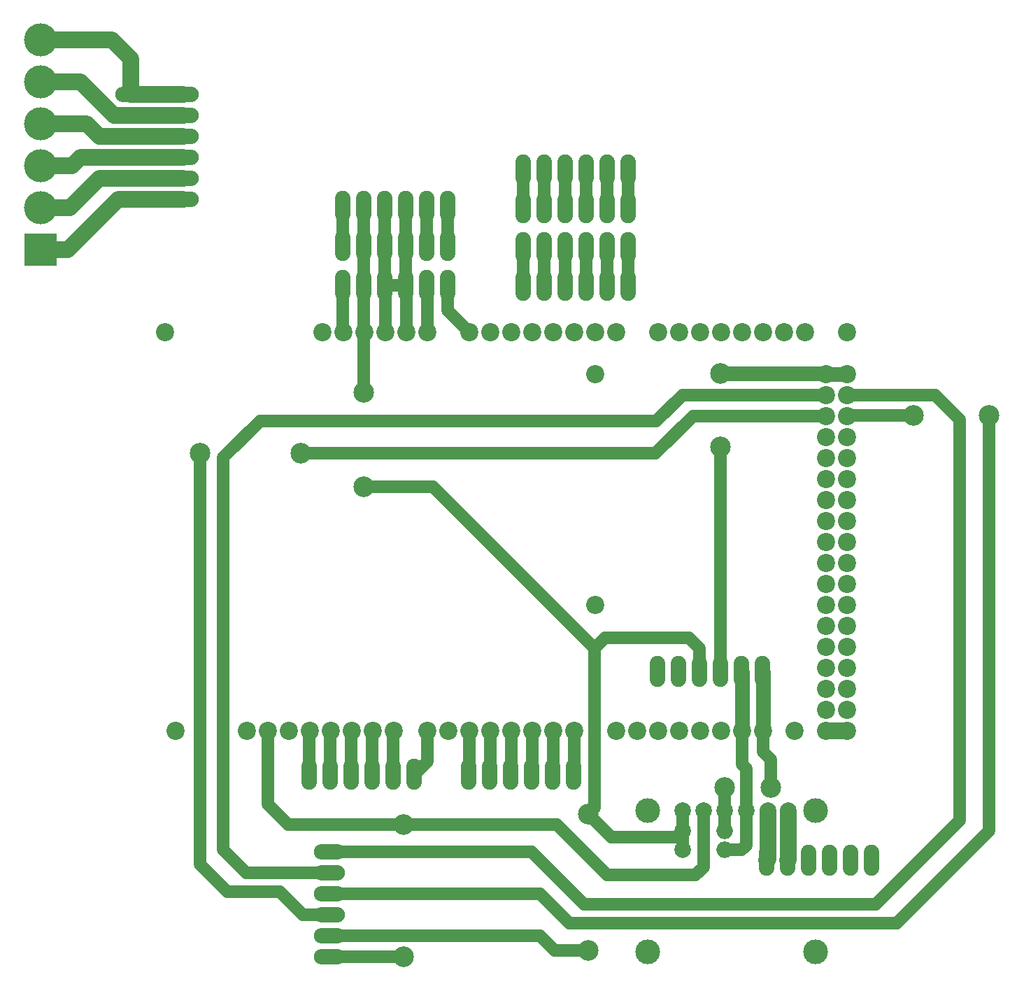
<source format=gbr>
G04 #@! TF.GenerationSoftware,KiCad,Pcbnew,(5.1.6)-1*
G04 #@! TF.CreationDate,2020-11-22T14:51:22+06:00*
G04 #@! TF.ProjectId,Logger,4c6f6767-6572-42e6-9b69-6361645f7063,rev?*
G04 #@! TF.SameCoordinates,Original*
G04 #@! TF.FileFunction,Copper,L2,Bot*
G04 #@! TF.FilePolarity,Positive*
%FSLAX46Y46*%
G04 Gerber Fmt 4.6, Leading zero omitted, Abs format (unit mm)*
G04 Created by KiCad (PCBNEW (5.1.6)-1) date 2020-11-22 14:51:22*
%MOMM*%
%LPD*%
G01*
G04 APERTURE LIST*
G04 #@! TA.AperFunction,ComponentPad*
%ADD10O,1.879600X3.759200*%
G04 #@! TD*
G04 #@! TA.AperFunction,ComponentPad*
%ADD11O,3.759200X1.879600*%
G04 #@! TD*
G04 #@! TA.AperFunction,ComponentPad*
%ADD12C,4.000000*%
G04 #@! TD*
G04 #@! TA.AperFunction,ComponentPad*
%ADD13R,4.000000X4.000000*%
G04 #@! TD*
G04 #@! TA.AperFunction,ComponentPad*
%ADD14O,2.000000X2.000000*%
G04 #@! TD*
G04 #@! TA.AperFunction,ComponentPad*
%ADD15C,2.000000*%
G04 #@! TD*
G04 #@! TA.AperFunction,WasherPad*
%ADD16C,3.000000*%
G04 #@! TD*
G04 #@! TA.AperFunction,ComponentPad*
%ADD17C,2.200000*%
G04 #@! TD*
G04 #@! TA.AperFunction,ViaPad*
%ADD18C,2.500000*%
G04 #@! TD*
G04 #@! TA.AperFunction,Conductor*
%ADD19C,1.500000*%
G04 #@! TD*
G04 #@! TA.AperFunction,Conductor*
%ADD20C,2.000000*%
G04 #@! TD*
G04 #@! TA.AperFunction,Conductor*
%ADD21C,1.800000*%
G04 #@! TD*
G04 APERTURE END LIST*
D10*
X-43180000Y37084000D03*
X-40640000Y37084000D03*
X-38100000Y37084000D03*
X-35560000Y37084000D03*
X-33020000Y37084000D03*
X-30480000Y37084000D03*
X-17272000Y14224000D03*
X-19812000Y14224000D03*
X-22352000Y14224000D03*
X-24892000Y14224000D03*
X-27432000Y14224000D03*
X-29972000Y14224000D03*
D11*
X-100584000Y94234000D03*
X-100584000Y96774000D03*
X-100584000Y99314000D03*
X-100584000Y101854000D03*
X-100584000Y104394000D03*
X-100584000Y106934000D03*
X-106934000Y94234000D03*
X-106934000Y96774000D03*
X-106934000Y99314000D03*
X-106934000Y101854000D03*
X-106934000Y104394000D03*
X-106934000Y106934000D03*
D12*
X-117856000Y113538000D03*
X-117856000Y108458000D03*
X-117856000Y103378000D03*
X-117856000Y98298000D03*
X-117856000Y93218000D03*
D13*
X-117856000Y88138000D03*
D10*
X-46736000Y88392000D03*
X-49276000Y88392000D03*
X-51816000Y88392000D03*
X-54356000Y88392000D03*
X-56896000Y88392000D03*
X-59436000Y88392000D03*
X-46736000Y83820000D03*
X-49276000Y83820000D03*
X-51816000Y83820000D03*
X-54356000Y83820000D03*
X-56896000Y83820000D03*
X-59436000Y83820000D03*
X-46736000Y97790000D03*
X-49276000Y97790000D03*
X-51816000Y97790000D03*
X-54356000Y97790000D03*
X-56896000Y97790000D03*
X-59436000Y97790000D03*
X-46736000Y93218000D03*
X-49276000Y93218000D03*
X-51816000Y93218000D03*
X-54356000Y93218000D03*
X-56896000Y93218000D03*
X-59436000Y93218000D03*
X-81280000Y93396000D03*
X-78740000Y93396000D03*
X-76200000Y93396000D03*
X-73660000Y93396000D03*
X-71120000Y93396000D03*
X-68580000Y93396000D03*
X-81280000Y88646000D03*
X-78740000Y88646000D03*
X-76200000Y88646000D03*
X-73660000Y88646000D03*
X-71120000Y88646000D03*
X-68580000Y88646000D03*
X-81280000Y83820000D03*
X-78740000Y83820000D03*
X-76200000Y83820000D03*
X-73660000Y83820000D03*
X-71120000Y83820000D03*
X-68580000Y83820000D03*
X-85344000Y24638000D03*
X-82804000Y24638000D03*
X-80264000Y24638000D03*
X-77724000Y24638000D03*
X-75184000Y24638000D03*
X-72644000Y24638000D03*
X-53340000Y24638000D03*
X-55880000Y24638000D03*
X-58420000Y24638000D03*
X-60960000Y24638000D03*
X-63500000Y24638000D03*
X-66040000Y24638000D03*
D11*
X-82896000Y15240000D03*
X-82896000Y12700000D03*
X-82896000Y10160000D03*
X-82896000Y7620000D03*
X-82896000Y5080000D03*
X-82896000Y2540000D03*
D14*
X-35052000Y17780000D03*
D15*
X-40132000Y17780000D03*
D14*
X-35052000Y15494000D03*
D15*
X-40132000Y15494000D03*
X-40151500Y20312500D03*
X-37611500Y20312500D03*
X-35071500Y20312500D03*
X-32468000Y20312500D03*
X-29864500Y20312500D03*
X-27388000Y20312500D03*
D16*
X-44406000Y20312500D03*
X-44406000Y3167500D03*
X-24086000Y3167500D03*
X-24086000Y20312500D03*
D17*
X-20306000Y78220000D03*
X-26656000Y29960000D03*
X-50786000Y73140000D03*
X-50786000Y45200000D03*
X-102856000Y78220000D03*
X-101586000Y29960000D03*
X-71106000Y78220000D03*
X-83806000Y78220000D03*
X-90410000Y29960000D03*
X-20306000Y73140000D03*
X-22846000Y73140000D03*
X-73646000Y78220000D03*
X-76186000Y78220000D03*
X-92950000Y29960000D03*
X-25386000Y78220000D03*
X-27926000Y78220000D03*
X-30466000Y78220000D03*
X-33006000Y78220000D03*
X-35546000Y78220000D03*
X-38086000Y78220000D03*
X-40626000Y78220000D03*
X-43166000Y78220000D03*
X-48246000Y78220000D03*
X-50786000Y78220000D03*
X-53326000Y78220000D03*
X-55866000Y78220000D03*
X-58406000Y78220000D03*
X-60946000Y78220000D03*
X-63486000Y78220000D03*
X-66026000Y78220000D03*
X-20306000Y70600000D03*
X-22846000Y70600000D03*
X-20306000Y68060000D03*
X-22846000Y68060000D03*
X-20306000Y65520000D03*
X-22846000Y65520000D03*
X-20306000Y62980000D03*
X-22846000Y62980000D03*
X-20306000Y60440000D03*
X-22846000Y60440000D03*
X-20306000Y57900000D03*
X-22846000Y57900000D03*
X-20306000Y55360000D03*
X-22846000Y55360000D03*
X-20306000Y52820000D03*
X-22846000Y52820000D03*
X-20306000Y50280000D03*
X-22846000Y50280000D03*
X-20306000Y47740000D03*
X-22846000Y47740000D03*
X-20306000Y45200000D03*
X-22846000Y45200000D03*
X-20306000Y42660000D03*
X-22846000Y42660000D03*
X-20306000Y40120000D03*
X-22846000Y40120000D03*
X-20306000Y37580000D03*
X-22846000Y37580000D03*
X-20306000Y35040000D03*
X-22846000Y35040000D03*
X-20306000Y32500000D03*
X-22846000Y32500000D03*
X-30466000Y29960000D03*
X-33006000Y29960000D03*
X-35546000Y29960000D03*
X-38086000Y29960000D03*
X-40626000Y29960000D03*
X-43166000Y29960000D03*
X-45706000Y29960000D03*
X-48246000Y29960000D03*
X-87870000Y29960000D03*
X-85330000Y29960000D03*
X-82790000Y29960000D03*
X-80250000Y29960000D03*
X-77710000Y29960000D03*
X-75170000Y29960000D03*
X-71106000Y29960000D03*
X-68566000Y29960000D03*
X-20306000Y29960000D03*
X-22846000Y29960000D03*
X-78726000Y78220000D03*
X-66026000Y29960000D03*
X-63486000Y29960000D03*
X-81266000Y78220000D03*
X-60946000Y29960000D03*
X-58406000Y29960000D03*
X-55866000Y29960000D03*
X-53326000Y29960000D03*
D18*
X-51562000Y3302000D03*
X-51562000Y19812000D03*
X-78740000Y59436000D03*
X-78740000Y70866000D03*
X-35071500Y23094500D03*
X-29483500Y23094500D03*
X-73914000Y18542000D03*
X-73914000Y2540000D03*
X-35560000Y64262000D03*
X-35560000Y73152000D03*
X-3048000Y68072000D03*
X-12192000Y68072000D03*
X-98552000Y63500000D03*
X-86360000Y63500000D03*
D19*
X-82896000Y5080000D02*
X-57404000Y5080000D01*
X-57404000Y5080000D02*
X-55626000Y3302000D01*
X-55626000Y3302000D02*
X-51562000Y3302000D01*
X-51562000Y19812000D02*
X-48768000Y17018000D01*
X-40894000Y17018000D02*
X-40132000Y17780000D01*
X-48768000Y17018000D02*
X-40894000Y17018000D01*
X-40132000Y20293000D02*
X-40151500Y20312500D01*
X-40132000Y17780000D02*
X-40132000Y20293000D01*
X-40132000Y15494000D02*
X-40132000Y17780000D01*
X-78740000Y78206000D02*
X-78726000Y78220000D01*
X-78740000Y70866000D02*
X-78740000Y78206000D01*
X-50800000Y20574000D02*
X-51562000Y19812000D01*
X-50800000Y39878000D02*
X-50800000Y20574000D01*
X-78740000Y59436000D02*
X-70358000Y59436000D01*
X-70358000Y59436000D02*
X-50800000Y39878000D01*
X-78740000Y78234000D02*
X-78726000Y78220000D01*
X-78740000Y83820000D02*
X-78740000Y78234000D01*
X-78740000Y83820000D02*
X-78740000Y88646000D01*
X-78740000Y88646000D02*
X-78740000Y93396000D01*
D20*
X-20306000Y29960000D02*
X-22846000Y29960000D01*
D19*
X-38100000Y37084000D02*
X-38100000Y39878000D01*
X-38100000Y39878000D02*
X-39370000Y41148000D01*
X-49530000Y41148000D02*
X-50800000Y39878000D01*
X-39370000Y41148000D02*
X-49530000Y41148000D01*
X-35052000Y20293000D02*
X-35071500Y20312500D01*
X-35052000Y17780000D02*
X-35052000Y20293000D01*
X-35071500Y20312500D02*
X-35071500Y23094500D01*
X-29483500Y23094500D02*
X-29483500Y26435500D01*
X-30466000Y27418000D02*
X-30466000Y29960000D01*
X-29483500Y26435500D02*
X-30466000Y27418000D01*
D21*
X-30466000Y37070000D02*
X-30480000Y37084000D01*
X-30466000Y29960000D02*
X-30466000Y37070000D01*
D19*
X-35052000Y15494000D02*
X-33020000Y15494000D01*
X-32468000Y16046000D02*
X-32468000Y20312500D01*
X-33020000Y15494000D02*
X-32468000Y16046000D01*
X-33006000Y29960000D02*
X-33006000Y25894000D01*
X-32468000Y25356000D02*
X-32468000Y20312500D01*
X-33006000Y25894000D02*
X-32468000Y25356000D01*
D21*
X-33006000Y37070000D02*
X-33020000Y37084000D01*
X-33006000Y29960000D02*
X-33006000Y37070000D01*
D19*
X-71106000Y83806000D02*
X-71120000Y83820000D01*
X-71106000Y78220000D02*
X-71106000Y83806000D01*
X-68580000Y80774000D02*
X-66026000Y78220000D01*
X-68580000Y83820000D02*
X-68580000Y80774000D01*
X-85344000Y29946000D02*
X-85330000Y29960000D01*
X-85344000Y24638000D02*
X-85344000Y29946000D01*
X-82804000Y29946000D02*
X-82790000Y29960000D01*
X-82804000Y24638000D02*
X-82804000Y29946000D01*
X-80264000Y29946000D02*
X-80250000Y29960000D01*
X-80264000Y24638000D02*
X-80264000Y29946000D01*
X-77724000Y29946000D02*
X-77710000Y29960000D01*
X-77724000Y24638000D02*
X-77724000Y29946000D01*
X-75184000Y29946000D02*
X-75170000Y29960000D01*
X-75184000Y24638000D02*
X-75184000Y29946000D01*
X-71106000Y26176000D02*
X-72644000Y24638000D01*
X-71106000Y29960000D02*
X-71106000Y26176000D01*
X-66026000Y24652000D02*
X-66040000Y24638000D01*
X-66026000Y29960000D02*
X-66026000Y24652000D01*
X-63486000Y24652000D02*
X-63500000Y24638000D01*
X-63486000Y29960000D02*
X-63486000Y24652000D01*
X-81280000Y78234000D02*
X-81266000Y78220000D01*
X-81280000Y83820000D02*
X-81280000Y78234000D01*
X-60946000Y24652000D02*
X-60960000Y24638000D01*
X-60946000Y29960000D02*
X-60946000Y24652000D01*
X-58406000Y24652000D02*
X-58420000Y24638000D01*
X-58406000Y29960000D02*
X-58406000Y24652000D01*
X-55866000Y24652000D02*
X-55880000Y24638000D01*
X-55866000Y29960000D02*
X-55866000Y24652000D01*
X-53326000Y24652000D02*
X-53340000Y24638000D01*
X-53326000Y29960000D02*
X-53326000Y24652000D01*
X-73914000Y2540000D02*
X-82896000Y2540000D01*
X-38608000Y12446000D02*
X-37611500Y13442500D01*
X-49276000Y12446000D02*
X-38608000Y12446000D01*
X-37611500Y13442500D02*
X-37611500Y20312500D01*
X-73914000Y18542000D02*
X-55372000Y18542000D01*
X-55372000Y18542000D02*
X-49276000Y12446000D01*
X-73914000Y18542000D02*
X-87884000Y18542000D01*
X-90410000Y21068000D02*
X-90410000Y29960000D01*
X-87884000Y18542000D02*
X-90410000Y21068000D01*
X-73646000Y83806000D02*
X-73660000Y83820000D01*
X-73646000Y78220000D02*
X-73646000Y83806000D01*
X-76186000Y83806000D02*
X-76200000Y83820000D01*
X-76186000Y78220000D02*
X-76186000Y83806000D01*
X-76200000Y83820000D02*
X-73660000Y83820000D01*
X-76200000Y88646000D02*
X-76200000Y93396000D01*
X-76200000Y83820000D02*
X-76200000Y88646000D01*
X-73660000Y93396000D02*
X-73660000Y88646000D01*
X-73660000Y88646000D02*
X-73660000Y83820000D01*
X-35560000Y37084000D02*
X-35560000Y64262000D01*
D21*
X-35560000Y73152000D02*
X-22858000Y73152000D01*
X-22846000Y73140000D02*
X-20306000Y73140000D01*
D19*
X-9640000Y70600000D02*
X-20306000Y70600000D01*
X-58420000Y15240000D02*
X-52070000Y8890000D01*
X-6604000Y67564000D02*
X-9640000Y70600000D01*
X-52070000Y8890000D02*
X-16764000Y8890000D01*
X-82896000Y15240000D02*
X-58420000Y15240000D01*
X-16764000Y8890000D02*
X-6604000Y19050000D01*
X-6604000Y19050000D02*
X-6604000Y67564000D01*
X-95758000Y15494000D02*
X-92964000Y12700000D01*
X-40207500Y70600000D02*
X-43370500Y67437000D01*
X-92964000Y12700000D02*
X-82896000Y12700000D01*
X-22846000Y70600000D02*
X-40207500Y70600000D01*
X-91313000Y67437000D02*
X-95758000Y62992000D01*
X-43370500Y67437000D02*
X-91313000Y67437000D01*
X-95758000Y62992000D02*
X-95758000Y15494000D01*
X-12192000Y68072000D02*
X-20294000Y68072000D01*
X-57404000Y10160000D02*
X-53848000Y6604000D01*
X-82896000Y10160000D02*
X-57404000Y10160000D01*
X-53848000Y6604000D02*
X-14224000Y6604000D01*
X-3048000Y22606000D02*
X-3048000Y68072000D01*
X-14224000Y6604000D02*
X-3048000Y17780000D01*
X-3048000Y17780000D02*
X-3048000Y22606000D01*
X-43434000Y63500000D02*
X-86360000Y63500000D01*
X-22846000Y68060000D02*
X-38874000Y68060000D01*
X-38874000Y68060000D02*
X-43434000Y63500000D01*
X-86106000Y7620000D02*
X-82896000Y7620000D01*
X-88900000Y10414000D02*
X-86106000Y7620000D01*
X-98552000Y63500000D02*
X-98552000Y13716000D01*
X-95250000Y10414000D02*
X-88900000Y10414000D01*
X-98552000Y13716000D02*
X-95250000Y10414000D01*
X-81280000Y88646000D02*
X-81280000Y93396000D01*
X-71120000Y88646000D02*
X-71120000Y93396000D01*
X-68580000Y93396000D02*
X-68580000Y88646000D01*
X-46736000Y97790000D02*
X-46736000Y93218000D01*
X-49276000Y97790000D02*
X-49276000Y93218000D01*
X-51816000Y97790000D02*
X-51816000Y93218000D01*
X-54356000Y97790000D02*
X-54356000Y93218000D01*
X-56896000Y97790000D02*
X-56896000Y93218000D01*
X-59436000Y97790000D02*
X-59436000Y93218000D01*
X-46736000Y88392000D02*
X-46736000Y83820000D01*
X-49276000Y88392000D02*
X-49276000Y83820000D01*
X-51816000Y88392000D02*
X-51816000Y83820000D01*
X-54356000Y88392000D02*
X-54356000Y83820000D01*
X-56896000Y88392000D02*
X-56896000Y83820000D01*
X-59436000Y88392000D02*
X-59436000Y83820000D01*
D20*
X-117856000Y113538000D02*
X-109220000Y113538000D01*
X-106934000Y111252000D02*
X-106934000Y106934000D01*
X-109220000Y113538000D02*
X-106934000Y111252000D01*
X-106934000Y106934000D02*
X-100584000Y106934000D01*
X-106934000Y104394000D02*
X-108966000Y104394000D01*
X-113030000Y108458000D02*
X-117856000Y108458000D01*
X-108966000Y104394000D02*
X-113030000Y108458000D01*
X-106934000Y104394000D02*
X-100584000Y104394000D01*
X-106934000Y101854000D02*
X-110744000Y101854000D01*
X-112268000Y103378000D02*
X-117856000Y103378000D01*
X-110744000Y101854000D02*
X-112268000Y103378000D01*
X-106934000Y101854000D02*
X-100584000Y101854000D01*
X-106934000Y99314000D02*
X-113030000Y99314000D01*
X-114046000Y98298000D02*
X-117856000Y98298000D01*
X-113030000Y99314000D02*
X-114046000Y98298000D01*
X-106934000Y99314000D02*
X-100584000Y99314000D01*
X-106934000Y96774000D02*
X-110744000Y96774000D01*
X-114300000Y93218000D02*
X-117856000Y93218000D01*
X-110744000Y96774000D02*
X-114300000Y93218000D01*
X-106934000Y96774000D02*
X-100584000Y96774000D01*
X-106934000Y94234000D02*
X-108458000Y94234000D01*
X-114554000Y88138000D02*
X-117856000Y88138000D01*
X-108458000Y94234000D02*
X-114554000Y88138000D01*
X-106934000Y94234000D02*
X-100584000Y94234000D01*
X-27388000Y14268000D02*
X-27432000Y14224000D01*
X-27388000Y20312500D02*
X-27388000Y14268000D01*
X-29864500Y14331500D02*
X-29972000Y14224000D01*
X-29864500Y20312500D02*
X-29864500Y14331500D01*
M02*

</source>
